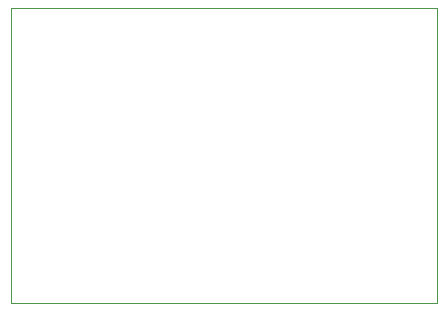
<source format=gbo>
%TF.GenerationSoftware,KiCad,Pcbnew,7.0.1*%
%TF.CreationDate,2023-10-26T23:35:24+05:30*%
%TF.ProjectId,CowTracking,436f7754-7261-4636-9b69-6e672e6b6963,rev?*%
%TF.SameCoordinates,Original*%
%TF.FileFunction,Legend,Bot*%
%TF.FilePolarity,Positive*%
%FSLAX46Y46*%
G04 Gerber Fmt 4.6, Leading zero omitted, Abs format (unit mm)*
G04 Created by KiCad (PCBNEW 7.0.1) date 2023-10-26 23:35:24*
%MOMM*%
%LPD*%
G01*
G04 APERTURE LIST*
%ADD10C,0.120000*%
%ADD11C,2.000000*%
%ADD12C,1.524000*%
%ADD13R,1.500000X1.500000*%
%ADD14R,2.500000X2.500000*%
%ADD15C,3.900000*%
G04 APERTURE END LIST*
D10*
%TO.C,U4*%
X295700000Y-134200000D02*
X331700000Y-134200000D01*
X331700000Y-134200000D02*
X331700000Y-159200000D01*
X331700000Y-159200000D02*
X295700000Y-159200000D01*
X295700000Y-159200000D02*
X295700000Y-134200000D01*
%TD*%
%LPC*%
D11*
%TO.C,U3*%
X238105000Y-141545000D03*
X235483572Y-141545000D03*
X232862144Y-141545000D03*
X230240716Y-141545000D03*
X227619288Y-141545000D03*
X224997860Y-141545000D03*
X222376432Y-141545000D03*
X219755000Y-141545000D03*
%TD*%
D12*
%TO.C,U5*%
X286665000Y-135270000D03*
X284125000Y-135270000D03*
X281585000Y-135270000D03*
X279045000Y-135270000D03*
X276505000Y-135270000D03*
X273965000Y-135270000D03*
X271425000Y-135270000D03*
X268885000Y-135270000D03*
X266345000Y-135270000D03*
X263805000Y-135270000D03*
X261265000Y-135270000D03*
X258725000Y-135270000D03*
X256185000Y-135270000D03*
X253645000Y-135270000D03*
X251105000Y-135270000D03*
X251105000Y-158130000D03*
X253645000Y-158130000D03*
X256185000Y-158130000D03*
X258725000Y-158130000D03*
X261265000Y-158130000D03*
X263805000Y-158130000D03*
X266345000Y-158130000D03*
X268885000Y-158130000D03*
X271425000Y-158130000D03*
X273965000Y-158130000D03*
X276505000Y-158130000D03*
X279045000Y-158130000D03*
X281585000Y-158130000D03*
X284125000Y-158130000D03*
X286665000Y-158130000D03*
%TD*%
D13*
%TO.C,U2*%
X173350000Y-140875000D03*
X173350000Y-155900000D03*
X173350000Y-142875000D03*
X173350000Y-153900000D03*
X150350000Y-140875000D03*
X150350000Y-155875000D03*
%TD*%
D14*
%TO.C,U1*%
X181550000Y-141300000D03*
X181550000Y-155300000D03*
X199550000Y-155300000D03*
X199550000Y-141300000D03*
%TD*%
D15*
%TO.C,U4*%
X329600000Y-136300000D03*
X297800000Y-136300000D03*
X329600000Y-157000000D03*
X297800000Y-157000000D03*
D11*
X297450000Y-143200000D03*
X297450000Y-146200000D03*
X297450000Y-152200000D03*
X297450000Y-149300000D03*
%TD*%
M02*

</source>
